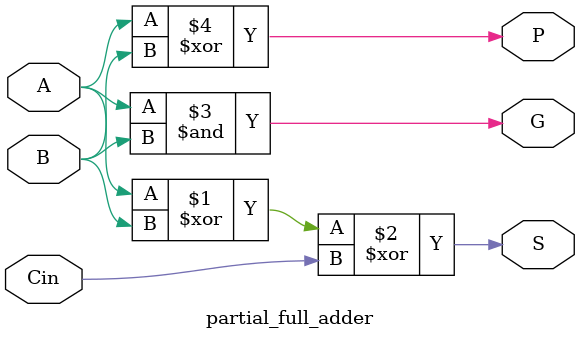
<source format=v>
`timescale 1ns / 1ps

//Unsigned Binary Addition
module adder_circuit(
    input [3:0] A,
    input [3:0] B,
    input Cin,
    output [3:0] sum,
    output Cout
    );
wire [3:0] G, P;
wire [4:1] C;
partial_full_adder a0(.A(A[0]), .B(B[0]), .Cin(Cin), .G(G[0]), .P(P[0]), .S(sum[0]));
partial_full_adder a1(.A(A[1]), .B(B[1]), .Cin(C[1]), .G(G[1]), .P(P[1]), .S(sum[1]));
partial_full_adder a2(.A(A[2]), .B(B[2]), .Cin(C[2]), .G(G[2]), .P(P[2]), .S(sum[2]));
partial_full_adder a3(.A(A[3]), .B(B[3]), .Cin(C[3]), .G(G[3]), .P(P[3]), .S(sum[3]));
carry_lookahead_logic ip(.G(G), .P(P), .Cin(Cin), .C(C));
assign Cout = C[4];
endmodule

module carry_lookahead_logic(
    input [3:0] G,
    input [3:0] P,
    input Cin,
    output [4:1] C
    );
assign C[1] = G[0] | (P[0] & Cin);
assign C[2] = G[1] | (P[1] & C[1]);
assign C[3] = G[2] | (P[2] & C[2]);
assign C[4] = G[3] | (P[3] & C[3]);
endmodule

module partial_full_adder(
    input A,
    input B,
    input Cin,
    output G,
    output P,
    output S 
    );
assign S = A ^ B ^ Cin;
assign G = A & B;
assign P = A ^ B;
endmodule

</source>
